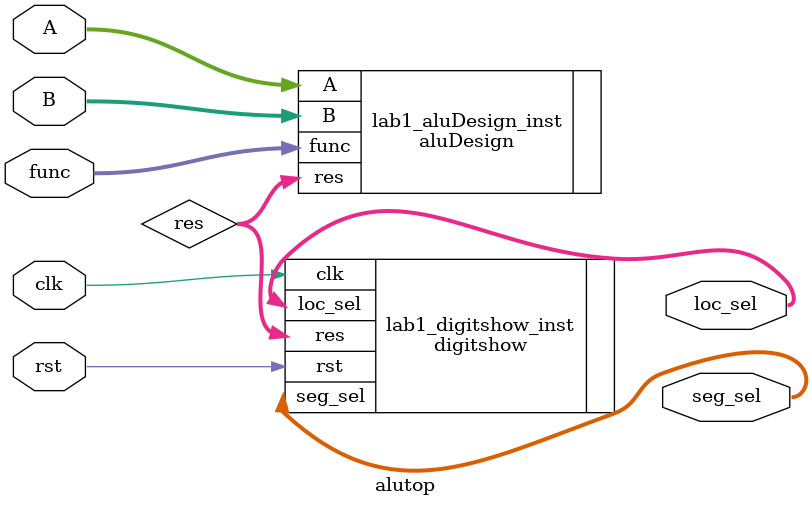
<source format=v>
`timescale 1ns / 1ps

module alutop #(parameter N = 32)(
    input clk,
    input rst,

    input [N-1:0]A,
    input [N-1:0]B,
    input [2:0]func,

    output [7:0]loc_sel,//数码管位选码——8个
    output [6:0]seg_sel//数码管段选码——7段
);
    wire [N-1:0]res;

    aluDesign # (.N(N)) lab1_aluDesign_inst (
        .A(A),
        .B(B),
        .func(func),
        .res(res)
    );

    digitshow  lab1_digitshow_inst (
        .clk(clk),
        .rst(rst),
        .res(res),
        .loc_sel(loc_sel),
        .seg_sel(seg_sel)
    );
    
endmodule

</source>
